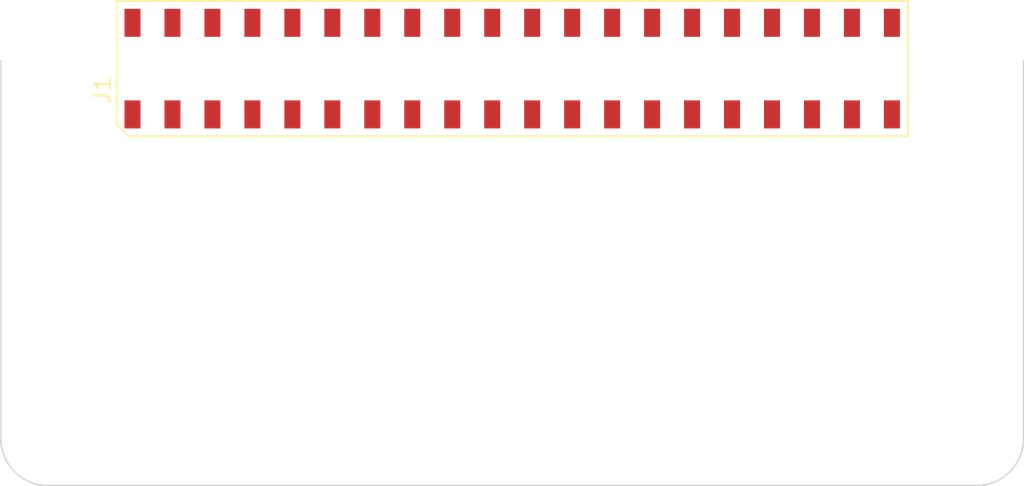
<source format=kicad_pcb>
(kicad_pcb (version 20240108) (generator "pcbnew") (generator_version "8.0")
  (title_block (date "15 nov 2012"))
  (layers (0 "F.Cu" signal) (31 "B.Cu" signal) (34 "B.Paste" user) (35 "F.Paste" user) (36 "B.SilkS" user "B.Silkscreen") (37 "F.SilkS" user "F.Silkscreen") (38 "B.Mask" user) (39 "F.Mask" user) (44 "Edge.Cuts" user))
  (net 0 "")
  (footprint "MountingHole:MountingHole_2.7mm_M2.5" (layer "F.Cu") (at 161.5 73.5)
    (property "Reference" "MH2" (hide yes))
    (property "Value" "MountingHole_2.7mm_M2.5" (hide yes))
    (pad "" np_thru_hole circle (at 0 0) (size 2.7 2.7) (drill 2.7) (layers "*.Cu" "*.Mask"))
  )
  (footprint "MountingHole:MountingHole_2.7mm_M2.5" (layer "F.Cu") (at 103.5 96.5)
    (property "Reference" "MH3" (hide yes))
    (property "Value" "MountingHole_2.7mm_M2.5" (hide yes))
    (pad "" np_thru_hole circle (at 0 0) (size 2.7 2.7) (drill 2.7) (layers "*.Cu" "*.Mask"))
  )
  (footprint "MountingHole:MountingHole_2.7mm_M2.5" (layer "F.Cu") (at 103.5 73.5)
    (property "Reference" "MH1" (hide yes))
    (property "Value" "MountingHole_2.7mm_M2.5" (hide yes))
    (pad "" np_thru_hole circle (at 0 0) (size 2.7 2.7) (drill 2.7) (layers "*.Cu" "*.Mask"))
  )
  (footprint "MountingHole:MountingHole_2.7mm_M2.5" (layer "F.Cu") (at 161.5 96.5)
    (property "Reference" "MH4" (hide yes))
    (property "Value" "MountingHole_2.7mm_M2.5" (hide yes))
    (pad "" np_thru_hole circle (at 0 0) (size 2.7 2.7) (drill 2.7) (layers "*.Cu" "*.Mask"))
  )
  (footprint "ch:Harwin M20-7812045" (layer "F.Cu") (at 108.37 74.77 90)
    (property "Reference" "J1" (at -0.1 -1.9 90) (layer "F.SilkS"))
    (property "Value" "Harwin M20-7812045" (hide yes))
    (fp_line (start 5.57 -1.01) (end 5.57 49.27) (stroke (width 0.12)) (layer "F.SilkS"))
    (fp_line (start -2.23 -1.01) (end 5.57 -1.01) (stroke (width 0.12)) (layer "F.SilkS"))
    (fp_line (start -3.03 -0.21) (end -2.23 -1.01) (stroke (width 0.12)) (layer "F.SilkS"))
    (fp_line (start 5.57 49.27) (end -3.03 49.27) (stroke (width 0.12)) (layer "F.SilkS"))
    (fp_line (start -3.03 49.27) (end -3.03 -0.21) (stroke (width 0.12)) (layer "F.SilkS"))
    (pad "" np_thru_hole circle (at 0 0) (size 1.02 1.02) (drill 1.02) (layers "F&B.Cu"))
    (pad "" np_thru_hole circle (at 0 2.54) (size 1.02 1.02) (drill 1.02) (layers "F&B.Cu"))
    (pad "" np_thru_hole circle (at 0 5.08) (size 1.02 1.02) (drill 1.02) (layers "F&B.Cu"))
    (pad "" np_thru_hole circle (at 0 7.62) (size 1.02 1.02) (drill 1.02) (layers "F&B.Cu"))
    (pad "" np_thru_hole circle (at 0 10.16) (size 1.02 1.02) (drill 1.02) (layers "F&B.Cu"))
    (pad "" np_thru_hole circle (at 0 12.7) (size 1.02 1.02) (drill 1.02) (layers "F&B.Cu"))
    (pad "" np_thru_hole circle (at 0 15.26) (size 1.02 1.02) (drill 1.02) (layers "F&B.Cu"))
    (pad "" np_thru_hole circle (at 0 17.78) (size 1.02 1.02) (drill 1.02) (layers "F&B.Cu"))
    (pad "" np_thru_hole circle (at 0 20.32) (size 1.02 1.02) (drill 1.02) (layers "F&B.Cu"))
    (pad "" np_thru_hole circle (at 0 22.86) (size 1.02 1.02) (drill 1.02) (layers "F&B.Cu"))
    (pad "" np_thru_hole circle (at 0 25.4) (size 1.02 1.02) (drill 1.02) (layers "F&B.Cu"))
    (pad "" np_thru_hole circle (at 0 27.94) (size 1.02 1.02) (drill 1.02) (layers "F&B.Cu"))
    (pad "" np_thru_hole circle (at 0 30.48) (size 1.02 1.02) (drill 1.02) (layers "F&B.Cu"))
    (pad "" np_thru_hole circle (at 0 33.02) (size 1.02 1.02) (drill 1.02) (layers "F&B.Cu"))
    (pad "" np_thru_hole circle (at 0 35.56) (size 1.02 1.02) (drill 1.02) (layers "F&B.Cu"))
    (pad "" np_thru_hole circle (at 0 38.1) (size 1.02 1.02) (drill 1.02) (layers "F&B.Cu"))
    (pad "" np_thru_hole circle (at 0 40.64) (size 1.02 1.02) (drill 1.02) (layers "F&B.Cu"))
    (pad "" np_thru_hole circle (at 0 43.18) (size 1.02 1.02) (drill 1.02) (layers "F&B.Cu"))
    (pad "" np_thru_hole circle (at 0 45.72) (size 1.02 1.02) (drill 1.02) (layers "F&B.Cu"))
    (pad "" np_thru_hole circle (at 0 48.26) (size 1.02 1.02) (drill 1.02) (layers "F&B.Cu"))
    (pad "" np_thru_hole circle (at 1.27 1.27) (size 1.8 1.8) (drill 1.8) (layers "F&B.Cu"))
    (pad "" np_thru_hole circle (at 1.27 46.99) (size 1.8 1.8) (drill 1.8) (layers "F&B.Cu"))
    (pad "" np_thru_hole circle (at 2.54 0) (size 1.02 1.02) (drill 1.02) (layers "F&B.Cu"))
    (pad "" np_thru_hole circle (at 2.54 2.54) (size 1.02 1.02) (drill 1.02) (layers "F&B.Cu"))
    (pad "" np_thru_hole circle (at 2.54 5.08) (size 1.02 1.02) (drill 1.02) (layers "F&B.Cu"))
    (pad "" np_thru_hole circle (at 2.54 7.62) (size 1.02 1.02) (drill 1.02) (layers "F&B.Cu"))
    (pad "" np_thru_hole circle (at 2.54 10.16) (size 1.02 1.02) (drill 1.02) (layers "F&B.Cu"))
    (pad "" np_thru_hole circle (at 2.54 12.7) (size 1.02 1.02) (drill 1.02) (layers "F&B.Cu"))
    (pad "" np_thru_hole circle (at 2.54 15.24) (size 1.02 1.02) (drill 1.02) (layers "F&B.Cu"))
    (pad "" np_thru_hole circle (at 2.54 17.78) (size 1.02 1.02) (drill 1.02) (layers "F&B.Cu"))
    (pad "" np_thru_hole circle (at 2.54 20.32) (size 1.02 1.02) (drill 1.02) (layers "F&B.Cu"))
    (pad "" np_thru_hole circle (at 2.54 22.86) (size 1.02 1.02) (drill 1.02) (layers "F&B.Cu"))
    (pad "" np_thru_hole circle (at 2.54 25.4) (size 1.02 1.02) (drill 1.02) (layers "F&B.Cu"))
    (pad "" np_thru_hole circle (at 2.54 27.94) (size 1.02 1.02) (drill 1.02) (layers "F&B.Cu"))
    (pad "" np_thru_hole circle (at 2.54 30.48) (size 1.02 1.02) (drill 1.02) (layers "F&B.Cu"))
    (pad "" np_thru_hole circle (at 2.54 33.02) (size 1.02 1.02) (drill 1.02) (layers "F&B.Cu"))
    (pad "" np_thru_hole circle (at 2.54 35.56) (size 1.02 1.02) (drill 1.02) (layers "F&B.Cu"))
    (pad "" np_thru_hole circle (at 2.54 38.1) (size 1.02 1.02) (drill 1.02) (layers "F&B.Cu"))
    (pad "" np_thru_hole circle (at 2.54 40.64) (size 1.02 1.02) (drill 1.02) (layers "F&B.Cu"))
    (pad "" np_thru_hole circle (at 2.54 43.18) (size 1.02 1.02) (drill 1.02) (layers "F&B.Cu"))
    (pad "" np_thru_hole circle (at 2.54 45.72) (size 1.02 1.02) (drill 1.02) (layers "F&B.Cu"))
    (pad "" np_thru_hole circle (at 2.54 48.26) (size 1.02 1.02) (drill 1.02) (layers "F&B.Cu"))
    (pad "1" smd rect (at -1.64 0) (size 1.02 1.78) (layers "F.Cu" "F.Paste" "F.Mask"))
    (pad "2" smd rect (at 4.18 0) (size 1.02 1.78) (layers "F.Cu" "F.Paste" "F.Mask"))
    (pad "3" smd rect (at -1.64 2.54) (size 1.02 1.78) (layers "F.Cu" "F.Paste" "F.Mask"))
    (pad "4" smd rect (at 4.18 2.54) (size 1.02 1.78) (layers "F.Cu" "F.Paste" "F.Mask"))
    (pad "5" smd rect (at -1.64 5.08) (size 1.02 1.78) (layers "F.Cu" "F.Paste" "F.Mask"))
    (pad "6" smd rect (at 4.18 5.08) (size 1.02 1.78) (layers "F.Cu" "F.Paste" "F.Mask"))
    (pad "7" smd rect (at -1.64 7.62) (size 1.02 1.78) (layers "F.Cu" "F.Paste" "F.Mask"))
    (pad "8" smd rect (at 4.18 7.62) (size 1.02 1.78) (layers "F.Cu" "F.Paste" "F.Mask"))
    (pad "9" smd rect (at -1.64 10.16) (size 1.02 1.78) (layers "F.Cu" "F.Paste" "F.Mask"))
    (pad "10" smd rect (at 4.18 10.16) (size 1.02 1.78) (layers "F.Cu" "F.Paste" "F.Mask"))
    (pad "11" smd rect (at -1.64 12.7) (size 1.02 1.78) (layers "F.Cu" "F.Paste" "F.Mask"))
    (pad "12" smd rect (at 4.18 12.7) (size 1.02 1.78) (layers "F.Cu" "F.Paste" "F.Mask"))
    (pad "13" smd rect (at -1.64 15.24) (size 1.02 1.78) (layers "F.Cu" "F.Paste" "F.Mask"))
    (pad "14" smd rect (at 4.18 15.24) (size 1.02 1.78) (layers "F.Cu" "F.Paste" "F.Mask"))
    (pad "15" smd rect (at -1.64 17.78) (size 1.02 1.78) (layers "F.Cu" "F.Paste" "F.Mask"))
    (pad "16" smd rect (at 4.18 17.78) (size 1.02 1.78) (layers "F.Cu" "F.Paste" "F.Mask"))
    (pad "17" smd rect (at -1.64 20.32) (size 1.02 1.78) (layers "F.Cu" "F.Paste" "F.Mask"))
    (pad "18" smd rect (at 4.18 20.32) (size 1.02 1.78) (layers "F.Cu" "F.Paste" "F.Mask"))
    (pad "19" smd rect (at -1.64 22.86) (size 1.02 1.78) (layers "F.Cu" "F.Paste" "F.Mask"))
    (pad "20" smd rect (at 4.18 22.86) (size 1.02 1.78) (layers "F.Cu" "F.Paste" "F.Mask"))
    (pad "21" smd rect (at -1.64 25.4) (size 1.02 1.78) (layers "F.Cu" "F.Paste" "F.Mask"))
    (pad "22" smd rect (at 4.18 25.4) (size 1.02 1.78) (layers "F.Cu" "F.Paste" "F.Mask"))
    (pad "23" smd rect (at -1.64 27.94) (size 1.02 1.78) (layers "F.Cu" "F.Paste" "F.Mask"))
    (pad "24" smd rect (at 4.18 27.94) (size 1.02 1.78) (layers "F.Cu" "F.Paste" "F.Mask"))
    (pad "25" smd rect (at -1.64 30.48) (size 1.02 1.78) (layers "F.Cu" "F.Paste" "F.Mask"))
    (pad "26" smd rect (at 4.18 30.48) (size 1.02 1.78) (layers "F.Cu" "F.Paste" "F.Mask"))
    (pad "27" smd rect (at -1.64 33.02) (size 1.02 1.78) (layers "F.Cu" "F.Paste" "F.Mask"))
    (pad "28" smd rect (at 4.18 33.02) (size 1.02 1.78) (layers "F.Cu" "F.Paste" "F.Mask"))
    (pad "29" smd rect (at -1.64 35.56) (size 1.02 1.78) (layers "F.Cu" "F.Paste" "F.Mask"))
    (pad "30" smd rect (at 4.18 35.56) (size 1.02 1.78) (layers "F.Cu" "F.Paste" "F.Mask"))
    (pad "31" smd rect (at -1.64 38.1) (size 1.02 1.78) (layers "F.Cu" "F.Paste" "F.Mask"))
    (pad "32" smd rect (at 4.18 38.1) (size 1.02 1.78) (layers "F.Cu" "F.Paste" "F.Mask"))
    (pad "33" smd rect (at -1.64 40.64) (size 1.02 1.78) (layers "F.Cu" "F.Paste" "F.Mask"))
    (pad "34" smd rect (at 4.18 40.64) (size 1.02 1.78) (layers "F.Cu" "F.Paste" "F.Mask"))
    (pad "35" smd rect (at -1.64 43.18) (size 1.02 1.78) (layers "F.Cu" "F.Paste" "F.Mask"))
    (pad "36" smd rect (at 4.18 43.18) (size 1.02 1.78) (layers "F.Cu" "F.Paste" "F.Mask"))
    (pad "37" smd rect (at -1.64 45.72) (size 1.02 1.78) (layers "F.Cu" "F.Paste" "F.Mask"))
    (pad "38" smd rect (at 4.18 45.72) (size 1.02 1.78) (layers "F.Cu" "F.Paste" "F.Mask"))
    (pad "39" smd rect (at -1.64 48.26) (size 1.02 1.78) (layers "F.Cu" "F.Paste" "F.Mask"))
    (pad "40" smd rect (at 4.18 48.26) (size 1.02 1.78) (layers "F.Cu" "F.Paste" "F.Mask"))
  )
  (gr_line (start 165 97) (end 165 73) (stroke (width 0.1)) (layer "Edge.Cuts"))
  (gr_line (start 100 73) (end 100 97) (stroke (width 0.1)) (layer "Edge.Cuts"))
  (gr_arc (start 103 100) (mid 100.87868 99.12132) (end 100 97) (stroke (width 0.1)) (layer "Edge.Cuts"))
  (gr_line (start 103 100) (end 162 100) (stroke (width 0.1)) (layer "Edge.Cuts"))
  (gr_arc (start 165 97) (mid 164.12132 99.12132) (end 162 100) (stroke (width 0.1)) (layer "Edge.Cuts"))
)
</source>
